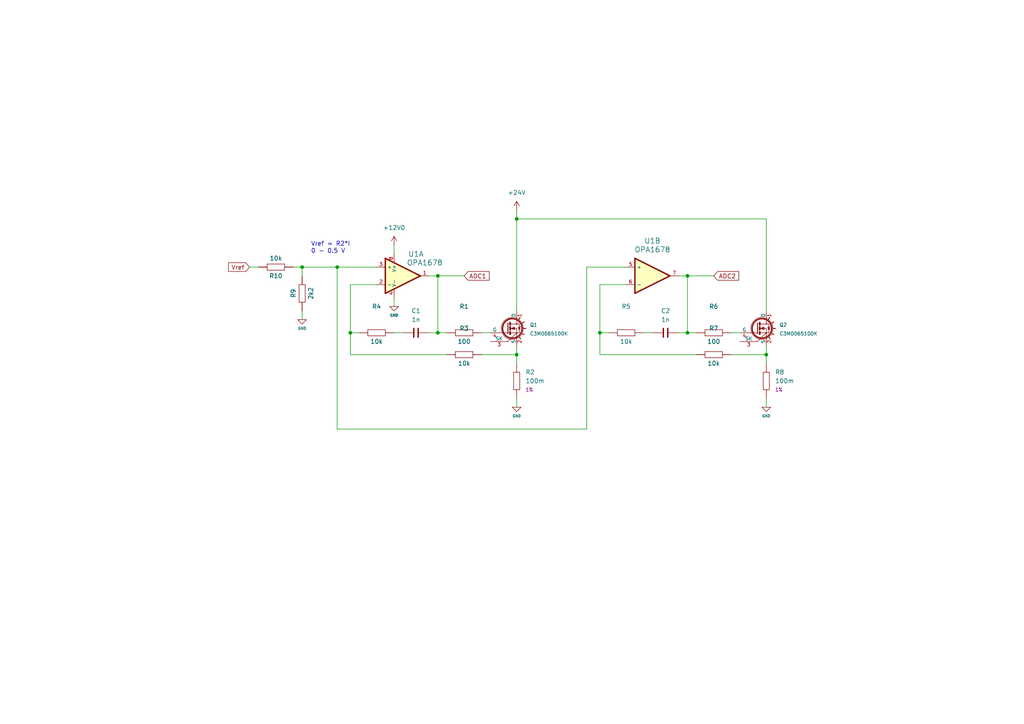
<source format=kicad_sch>
(kicad_sch (version 20230121) (generator eeschema)
  (paper "A4")
  (lib_symbols
    (symbol "active_linear:LMV358DR2G"
      (property "Reference" "U" (at -1.27 5.08 0))
      (property "Value" "LMV358DR2G" (at -1.27 -6.35 0))
      (symbol "LMV358DR2G_0_1"
        (polyline (pts (xy -5.08 5.08) (xy 5.08 0) (xy -5.08 -5.08) (xy -5.08 5.08)) (stroke (width 0.4064)) (fill (type background)))
      )
      (symbol "LMV358DR2G_1_1"
        (pin output line (at 7.62 0 180) (length 2.54) (name "~") (number "1"))
        (pin input line (at -7.62 -2.54 0) (length 2.54) (name "-") (number "2"))
        (pin input line (at -7.62 2.54 0) (length 2.54) (name "+") (number "3"))
        (pin power_in line (at -2.54 -6.35 90) (length 2.54) (name "V-") (number "4"))
        (pin power_in line (at -2.54 6.35 270) (length 2.54) (name "V+") (number "8"))
      )
      (symbol "LMV358DR2G_2_1"
        (pin input line (at -7.62 2.54 0) (length 2.54) (name "+") (number "5"))
        (pin input line (at -7.62 -2.54 0) (length 2.54) (name "-") (number "6"))
        (pin output line (at 7.62 0 180) (length 2.54) (name "~") (number "7"))
      )
    )
    (symbol "active_transistors_MOSFET:C3M0065100K" (pin_names (offset 0))
      (property "Reference" "Q" (at 6.35 3.81 0))
      (property "Value" "C3M0065100K" (at 0 3.7846 0))
      (symbol "C3M0065100K_0_1"
        (polyline (pts (xy -2.54 -1.27) (xy 0 -1.27)))
        (polyline (pts (xy 0 -3.81) (xy 2.54 -1.27)))
        (polyline (pts (xy 0.635 -1.016) (xy 0.635 -1.651)) (stroke (width 0.508)))
        (polyline (pts (xy 0.635 0.381) (xy 0.635 -0.381)) (stroke (width 0.508)))
        (polyline (pts (xy 0.635 1.651) (xy 0.635 1.016)) (stroke (width 0.508)))
        (polyline (pts (xy 3.048 0.381) (xy 2.921 0.254)))
        (polyline (pts (xy 3.048 0.381) (xy 3.556 0.381)))
        (polyline (pts (xy 3.175 2.667) (xy 3.556 3.175)) (stroke (width 0.254)))
        (polyline (pts (xy 3.302 -2.54) (xy 3.683 -3.048)) (stroke (width 0.254)))
        (polyline (pts (xy 3.556 0.381) (xy 3.683 0.508)))
        (polyline (pts (xy 4.191 -1.524) (xy 4.699 -1.778)) (stroke (width 0.254)))
        (polyline (pts (xy 4.191 1.524) (xy 4.699 1.905)) (stroke (width 0.254)))
        (polyline (pts (xy 4.572 0) (xy 5.207 0)) (stroke (width 0.254)))
        (polyline (pts (xy 0 1.524) (xy 0 -1.524) (xy 0 -1.524)) (stroke (width 0.254)))
        (polyline (pts (xy 0.762 -1.27) (xy 2.54 -1.27) (xy 2.54 -2.54) (xy 2.54 -2.54)))
        (polyline (pts (xy 0.762 1.27) (xy 2.54 1.27) (xy 2.54 2.54) (xy 2.54 2.54)))
        (polyline (pts (xy 2.54 1.27) (xy 3.302 1.27) (xy 3.302 -1.27) (xy 2.54 -1.27)))
        (polyline (pts (xy 3.302 0.381) (xy 3.048 -0.254) (xy 3.556 -0.254) (xy 3.302 0.381)) (fill (type outline)))
        (polyline (pts (xy 0.762 0) (xy 1.27 0) (xy 2.54 0) (xy 2.54 -1.27) (xy 2.54 -1.27)))
        (polyline (pts (xy 0.889 0) (xy 1.905 0.381) (xy 1.905 -0.381) (xy 0.889 0) (xy 1.016 0) (xy 1.016 0)) (fill (type outline)))
        (circle (center 1.27 0) (radius 2.8194) (stroke (width 0.3556)))
        (circle (center 1.27 0) (radius 3.175))
        (circle (center 2.54 -1.27) (radius 0.127))
        (circle (center 2.54 1.27) (radius 0.127))
      )
      (symbol "C3M0065100K_1_1"
        (pin passive line (at 2.54 5.08 270) (length 2.54) (name "D") (number "1"))
        (pin passive line (at 2.54 -5.08 90) (length 2.54) (name "S") (number "2"))
        (pin passive line (at -5.08 -3.81 0) (length 5.08) (name "SK") (number "3"))
        (pin input line (at -5.08 -1.27 0) (length 2.54) (name "G") (number "4"))
      )
    )
    (symbol "passive_capacitors:C_0805_NP0" (pin_numbers hide) (pin_names (offset 0) hide)
      (property "Reference" "C" (at 0 2.54 0))
      (property "Value" "C_0805_NP0" (at 1.27 -2.54 0))
      (symbol "C_0805_NP0_0_1"
        (polyline (pts (xy 0.635 1.27) (xy 0.635 -1.27)) (stroke (width 0.381)))
        (polyline (pts (xy -0.635 1.27) (xy -0.635 -1.27) (xy -0.635 0.635)) (stroke (width 0.381)))
      )
      (symbol "C_0805_NP0_1_1"
        (pin passive line (at -3.81 0 0) (length 3.175) (name "A") (number "1"))
        (pin passive line (at 3.81 0 180) (length 3.175) (name "K") (number "2"))
      )
    )
    (symbol "passive_resistors:R_0805_1%" (pin_numbers hide) (pin_names (offset 1.016) hide)
      (property "Reference" "R" (at -3.81 1.4986 0))
      (property "Value" "R_0805_1%" (at -3.81 -3.302 0))
      (property "Tolerance" "1%" (at 3.81 1.27 0))
      (symbol "R_0805_1%_1_0"
        (polyline (pts (xy -2.54 -0.889) (xy -2.54 0.889)))
        (polyline (pts (xy -2.54 -0.889) (xy 2.54 -0.889)))
        (polyline (pts (xy 2.54 -0.889) (xy 2.54 0.889)))
        (polyline (pts (xy 2.54 0.889) (xy -2.54 0.889)))
      )
      (symbol "R_0805_1%_1_1"
        (pin passive line (at -5.08 0 0) (length 2.54) (name "1") (number "1"))
        (pin passive line (at 5.08 0 180) (length 2.54) (name "2") (number "2"))
      )
    )
    (symbol "passive_resistors:R_1206_1%" (pin_numbers hide) (pin_names (offset 1.016) hide)
      (property "Reference" "R" (at -3.81 1.4986 0))
      (property "Value" "R_1206_1%" (at -3.81 -3.302 0))
      (property "Tolerance" "1%" (at 3.81 1.27 0))
      (symbol "R_1206_1%_1_0"
        (polyline (pts (xy -2.54 -0.889) (xy -2.54 0.889)))
        (polyline (pts (xy -2.54 -0.889) (xy 2.54 -0.889)))
        (polyline (pts (xy 2.54 -0.889) (xy 2.54 0.889)))
        (polyline (pts (xy 2.54 0.889) (xy -2.54 0.889)))
      )
      (symbol "R_1206_1%_1_1"
        (pin passive line (at -5.08 0 0) (length 2.54) (name "1") (number "1"))
        (pin passive line (at 5.08 0 180) (length 2.54) (name "2") (number "2"))
      )
    )
    (symbol "powerSymbols:+12V" (power) (pin_names (offset 0))
      (property "Value" "+12V" (at 0 3.556 0))
      (symbol "+12V_0_1"
        (polyline (pts (xy -0.762 1.27) (xy 0 2.54)))
        (polyline (pts (xy 0 0) (xy 0 2.54)))
        (polyline (pts (xy 0 2.54) (xy 0.762 1.27)))
      )
      (symbol "+12V_1_1"
        (pin power_in line (at 0 0 90) (length 0) hide (name "+12V0") (number "1"))
      )
    )
    (symbol "powerSymbols:+24V" (power) (pin_names (offset 0))
      (property "Value" "+24V" (at 0 3.556 0))
      (symbol "+24V_0_1"
        (polyline (pts (xy -0.762 1.27) (xy 0 2.54)))
        (polyline (pts (xy 0 0) (xy 0 2.54)))
        (polyline (pts (xy 0 2.54) (xy 0.762 1.27)))
      )
      (symbol "+24V_1_1"
        (pin power_in line (at 0 0 90) (length 0) hide (name "+24V") (number "1"))
      )
    )
    (symbol "powerSymbols:GND" (power) (pin_numbers hide) (pin_names (offset 0) hide)
      (property "Value" "GND" (at -1.27 -1.905 90))
      (symbol "GND_0_1"
        (polyline (pts (xy -1.27 0) (xy 0 -1.27) (xy 1.27 0) (xy -1.27 0)))
      )
      (symbol "GND_1_1"
        (pin power_in line (at 0 0 90) (length 0) hide (name "GND") (number "1"))
      )
    )
  )
  (junction (at 87.63 77.47))
  (junction (at 127 80.01))
  (junction (at 222.25 102.87))
  (junction (at 127 96.52))
  (junction (at 149.86 102.87))
  (junction (at 97.79 77.47))
  (junction (at 101.6 96.52))
  (junction (at 199.39 96.52))
  (junction (at 173.99 96.52))
  (junction (at 199.39 80.01))
  (junction (at 149.86 63.5))
  (wire (pts (xy 101.6 102.87) (xy 129.54 102.87)))
  (wire (pts (xy 199.39 96.52) (xy 199.39 80.01)))
  (wire (pts (xy 87.63 77.47) (xy 87.63 80.01)))
  (wire (pts (xy 170.18 124.46) (xy 97.79 124.46)))
  (wire (pts (xy 173.99 102.87) (xy 173.99 96.52)))
  (wire (pts (xy 173.99 102.87) (xy 201.93 102.87)))
  (wire (pts (xy 222.25 63.5) (xy 149.86 63.5)))
  (wire (pts (xy 173.99 82.55) (xy 181.61 82.55)))
  (wire (pts (xy 114.3 96.52) (xy 116.84 96.52)))
  (wire (pts (xy 199.39 80.01) (xy 207.01 80.01)))
  (wire (pts (xy 212.09 96.52) (xy 214.63 96.52)))
  (wire (pts (xy 222.25 63.5) (xy 222.25 90.17)))
  (wire (pts (xy 87.63 77.47) (xy 97.79 77.47)))
  (wire (pts (xy 222.25 102.87) (xy 222.25 105.41)))
  (wire (pts (xy 196.85 96.52) (xy 199.39 96.52)))
  (wire (pts (xy 114.3 71.12) (xy 114.3 73.66)))
  (wire (pts (xy 101.6 96.52) (xy 104.14 96.52)))
  (wire (pts (xy 170.18 77.47) (xy 181.61 77.47)))
  (wire (pts (xy 101.6 96.52) (xy 101.6 82.55)))
  (wire (pts (xy 149.86 60.96) (xy 149.86 63.5)))
  (wire (pts (xy 114.3 86.36) (xy 114.3 88.9)))
  (wire (pts (xy 127 96.52) (xy 127 80.01)))
  (wire (pts (xy 170.18 77.47) (xy 170.18 124.46)))
  (wire (pts (xy 127 96.52) (xy 129.54 96.52)))
  (wire (pts (xy 149.86 63.5) (xy 149.86 90.17)))
  (wire (pts (xy 124.46 96.52) (xy 127 96.52)))
  (wire (pts (xy 124.46 80.01) (xy 127 80.01)))
  (wire (pts (xy 85.09 77.47) (xy 87.63 77.47)))
  (wire (pts (xy 101.6 102.87) (xy 101.6 96.52)))
  (wire (pts (xy 97.79 77.47) (xy 109.22 77.47)))
  (wire (pts (xy 72.39 77.47) (xy 74.93 77.47)))
  (wire (pts (xy 186.69 96.52) (xy 189.23 96.52)))
  (wire (pts (xy 222.25 100.33) (xy 222.25 102.87)))
  (wire (pts (xy 199.39 96.52) (xy 201.93 96.52)))
  (wire (pts (xy 87.63 90.17) (xy 87.63 92.71)))
  (wire (pts (xy 196.85 80.01) (xy 199.39 80.01)))
  (wire (pts (xy 139.7 96.52) (xy 142.24 96.52)))
  (wire (pts (xy 149.86 102.87) (xy 149.86 105.41)))
  (wire (pts (xy 149.86 102.87) (xy 139.7 102.87)))
  (wire (pts (xy 149.86 100.33) (xy 149.86 102.87)))
  (wire (pts (xy 127 80.01) (xy 134.62 80.01)))
  (wire (pts (xy 149.86 115.57) (xy 149.86 118.11)))
  (wire (pts (xy 222.25 115.57) (xy 222.25 118.11)))
  (wire (pts (xy 173.99 96.52) (xy 176.53 96.52)))
  (wire (pts (xy 97.79 77.47) (xy 97.79 124.46)))
  (wire (pts (xy 101.6 82.55) (xy 109.22 82.55)))
  (wire (pts (xy 222.25 102.87) (xy 212.09 102.87)))
  (wire (pts (xy 173.99 96.52) (xy 173.99 82.55)))
  (text "Vref = R2*I\n0 - 0.5 V" (at 90.17 73.66 0) (effects (font (size 1.27 1.27)) (justify left bottom)))
  (global_label "ADC1" (shape input) (at 134.62 80.01 0) (property "Intersheetrefs" "${INTERSHEET_REFS}" (effects hide)))
  (global_label "ADC2" (shape input) (at 207.01 80.01 0) (property "Intersheetrefs" "${INTERSHEET_REFS}" (effects hide)))
  (global_label "Vref" (shape input) (at 72.39 77.47 180) (property "Intersheetrefs" "${INTERSHEET_REFS}" (effects hide)))
  (symbol (lib_id "powerSymbols:GND") (at 222.25 118.11 0) (unit 1)
    (property "Reference" "#PWR06" (effects hide))
    (property "Value" "GND" (at 222.25 120.65 0) (effects (font (size 0.762 0.762))))
  )
  (symbol (lib_id "passive_resistors:R_0805_1%") (at 87.63 85.09 90) (unit 1)
    (property "Reference" "R9" (at 85.09 85.09 0))
    (property "Value" "2k2" (at 90.17 85.09 0))
    (property "Footprint" "Resistors_SMD:R_0805" (effects hide))
    (property "Tolerance" "1%" (effects hide))
  )
  (symbol (lib_id "passive_resistors:R_1206_1%") (at 149.86 110.49 90) (unit 1)
    (property "Reference" "R2" (at 152.4 107.95 90) (effects (justify right)))
    (property "Value" "100m" (at 152.4 110.49 90) (effects (justify right)))
    (property "Footprint" "Resistors_SMD:R_1206" (effects hide))
    (property "Tolerance" "1%" (at 152.4 113.0299 90) (effects (font (size 0.9906 0.9906)) (justify right)))
  )
  (symbol (lib_id "powerSymbols:+24V") (at 149.86 60.96 0) (unit 1)
    (property "Reference" "#PWR05" (effects hide))
    (property "Value" "+24V" (at 149.86 55.88 0))
  )
  (symbol (lib_id "powerSymbols:+12V") (at 114.3 71.12 0) (unit 1)
    (property "Reference" "#PWR03" (effects hide))
    (property "Value" "+12V" (at 114.3 66.04 0))
  )
  (symbol (lib_id "active_linear:LMV358DR2G") (at 189.23 80.01 0) (unit 2)
    (property "Reference" "U1" (at 189.23 69.85 0) (effects (font (size 1.524 1.524))))
    (property "Value" "OPA1678" (at 189.23 72.39 0) (effects (font (size 1.524 1.524))))
    (property "Footprint" "SMD_Packages:SOIC-8-N" (effects hide))
    (property "Manufacturer" " onsemi" (effects hide))
    (property "Manufacturer Ref" "LMV358DR2G " (effects hide))
  )
  (symbol (lib_id "active_linear:LMV358DR2G") (at 116.84 80.01 0) (unit 1)
    (property "Reference" "U1" (at 120.65 73.66 0) (effects (font (size 1.524 1.524))))
    (property "Value" "OPA1678" (at 123.19 76.2 0) (effects (font (size 1.524 1.524))))
    (property "Footprint" "SMD_Packages:SOIC-8-N" (effects hide))
    (property "Manufacturer" " onsemi" (effects hide))
    (property "Manufacturer Ref" "LMV358DR2G " (effects hide))
  )
  (symbol (lib_id "passive_resistors:R_0805_1%") (at 80.01 77.47 180) (unit 1)
    (property "Reference" "R10" (at 80.01 80.01 0))
    (property "Value" "10k" (at 80.01 74.93 0))
    (property "Footprint" "Resistors_SMD:R_0805" (effects hide))
    (property "Tolerance" "1%" (effects hide))
  )
  (symbol (lib_id "passive_resistors:R_0805_1%") (at 134.62 96.52 0) (unit 1)
    (property "Reference" "R1" (at 134.62 88.9 0))
    (property "Value" "100" (at 134.62 99.06 0))
    (property "Footprint" "Resistors_SMD:R_0805" (effects hide))
    (property "Tolerance" "1%" (effects hide))
  )
  (symbol (lib_id "passive_resistors:R_0805_1%") (at 207.01 96.52 0) (unit 1)
    (property "Reference" "R6" (at 207.01 88.9 0))
    (property "Value" "100" (at 207.01 99.06 0))
    (property "Footprint" "Resistors_SMD:R_0805" (effects hide))
    (property "Tolerance" "1%" (effects hide))
  )
  (symbol (lib_id "active_transistors_MOSFET:C3M0065100K") (at 219.71 95.25 0) (unit 1)
    (property "Reference" "Q2" (at 226.06 94.234 0) (effects (font (size 1.016 1.016)) (justify left)))
    (property "Value" "C3M0065100K" (at 226.06 96.774 0) (effects (font (size 1.016 1.016)) (justify left)))
    (property "Footprint" "TO_SOT_Packages_THT:TO-247_4L_Vertical" (effects hide))
  )
  (symbol (lib_id "passive_capacitors:C_0805_NP0") (at 120.65 96.52 0) (unit 1)
    (property "Reference" "C1" (at 120.65 90.17 0))
    (property "Value" "1n" (at 120.65 92.71 0))
    (property "Footprint" "Capacitors_SMD:C_0805" (effects hide))
    (property "Dielectric" "NP0" (effects hide))
  )
  (symbol (lib_id "active_transistors_MOSFET:C3M0065100K") (at 147.32 95.25 0) (unit 1)
    (property "Reference" "Q1" (at 153.67 94.234 0) (effects (font (size 1.016 1.016)) (justify left)))
    (property "Value" "C3M0065100K" (at 153.67 96.774 0) (effects (font (size 1.016 1.016)) (justify left)))
    (property "Footprint" "TO_SOT_Packages_THT:TO-247_4L_Vertical" (effects hide))
  )
  (symbol (lib_id "passive_resistors:R_0805_1%") (at 181.61 96.52 0) (unit 1)
    (property "Reference" "R5" (at 181.61 88.9 0))
    (property "Value" "10k" (at 181.61 99.06 0))
    (property "Footprint" "Resistors_SMD:R_0805" (effects hide))
    (property "Tolerance" "1%" (effects hide))
  )
  (symbol (lib_id "passive_resistors:R_1206_1%") (at 222.25 110.49 90) (unit 1)
    (property "Reference" "R8" (at 224.79 107.95 90) (effects (justify right)))
    (property "Value" "100m" (at 224.79 110.49 90) (effects (justify right)))
    (property "Footprint" "Resistors_SMD:R_1206" (effects hide))
    (property "Tolerance" "1%" (at 224.79 113.0299 90) (effects (font (size 0.9906 0.9906)) (justify right)))
  )
  (symbol (lib_id "powerSymbols:GND") (at 87.63 92.71 0) (unit 1)
    (property "Reference" "#PWR04" (effects hide))
    (property "Value" "GND" (at 87.63 95.25 0) (effects (font (size 0.762 0.762))))
  )
  (symbol (lib_id "powerSymbols:GND") (at 114.3 88.9 0) (unit 1)
    (property "Reference" "#PWR02" (effects hide))
    (property "Value" "GND" (at 114.3 91.44 0) (effects (font (size 0.762 0.762))))
  )
  (symbol (lib_id "passive_resistors:R_0805_1%") (at 207.01 102.87 0) (unit 1)
    (property "Reference" "R7" (at 207.01 95.25 0))
    (property "Value" "10k" (at 207.01 105.41 0))
    (property "Footprint" "Resistors_SMD:R_0805" (effects hide))
    (property "Tolerance" "1%" (effects hide))
  )
  (symbol (lib_id "powerSymbols:GND") (at 149.86 118.11 0) (unit 1)
    (property "Reference" "#PWR01" (effects hide))
    (property "Value" "GND" (at 149.86 120.65 0) (effects (font (size 0.762 0.762))))
  )
  (symbol (lib_id "passive_resistors:R_0805_1%") (at 134.62 102.87 0) (unit 1)
    (property "Reference" "R3" (at 134.62 95.25 0))
    (property "Value" "10k" (at 134.62 105.41 0))
    (property "Footprint" "Resistors_SMD:R_0805" (effects hide))
    (property "Tolerance" "1%" (effects hide))
  )
  (symbol (lib_id "passive_resistors:R_0805_1%") (at 109.22 96.52 0) (unit 1)
    (property "Reference" "R4" (at 109.22 88.9 0))
    (property "Value" "10k" (at 109.22 99.06 0))
    (property "Footprint" "Resistors_SMD:R_0805" (effects hide))
    (property "Tolerance" "1%" (effects hide))
  )
  (symbol (lib_id "passive_capacitors:C_0805_NP0") (at 193.04 96.52 0) (unit 1)
    (property "Reference" "C2" (at 193.04 90.17 0))
    (property "Value" "1n" (at 193.04 92.71 0))
    (property "Footprint" "Capacitors_SMD:C_0805" (effects hide))
    (property "Dielectric" "NP0" (effects hide))
  )
)
</source>
